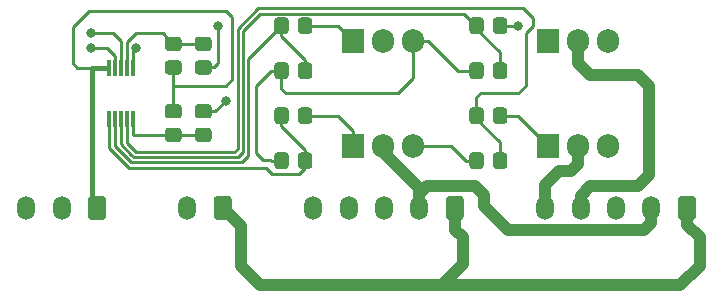
<source format=gtl>
%TF.GenerationSoftware,KiCad,Pcbnew,5.1.7*%
%TF.CreationDate,2020-11-17T16:44:46+01:00*%
%TF.ProjectId,pca9632_led_controller,70636139-3633-4325-9f6c-65645f636f6e,rev?*%
%TF.SameCoordinates,Original*%
%TF.FileFunction,Copper,L1,Top*%
%TF.FilePolarity,Positive*%
%FSLAX46Y46*%
G04 Gerber Fmt 4.6, Leading zero omitted, Abs format (unit mm)*
G04 Created by KiCad (PCBNEW 5.1.7) date 2020-11-17 16:44:46*
%MOMM*%
%LPD*%
G01*
G04 APERTURE LIST*
%TA.AperFunction,SMDPad,CuDef*%
%ADD10R,0.300000X1.440000*%
%TD*%
%TA.AperFunction,ComponentPad*%
%ADD11O,1.905000X2.000000*%
%TD*%
%TA.AperFunction,ComponentPad*%
%ADD12R,1.905000X2.000000*%
%TD*%
%TA.AperFunction,ComponentPad*%
%ADD13O,1.500000X2.020000*%
%TD*%
%TA.AperFunction,ViaPad*%
%ADD14C,0.800000*%
%TD*%
%TA.AperFunction,Conductor*%
%ADD15C,0.250000*%
%TD*%
%TA.AperFunction,Conductor*%
%ADD16C,0.400000*%
%TD*%
%TA.AperFunction,Conductor*%
%ADD17C,1.000000*%
%TD*%
G04 APERTURE END LIST*
D10*
%TO.P,U1,10*%
%TO.N,+5V*%
X77740000Y-85460000D03*
%TO.P,U1,9*%
%TO.N,Net-(J1-Pad3)*%
X78240000Y-85460000D03*
%TO.P,U1,8*%
%TO.N,Net-(J1-Pad2)*%
X78740000Y-85460000D03*
%TO.P,U1,7*%
%TO.N,Net-(R11-Pad2)*%
X79240000Y-85460000D03*
%TO.P,U1,6*%
%TO.N,GND*%
X79740000Y-85460000D03*
%TO.P,U1,5*%
%TO.N,Net-(R10-Pad1)*%
X79740000Y-89750000D03*
%TO.P,U1,4*%
%TO.N,Net-(R7-Pad1)*%
X79240000Y-89750000D03*
%TO.P,U1,3*%
%TO.N,Net-(R5-Pad1)*%
X78740000Y-89750000D03*
%TO.P,U1,2*%
%TO.N,Net-(R3-Pad1)*%
X78240000Y-89750000D03*
%TO.P,U1,1*%
%TO.N,Net-(R1-Pad1)*%
X77740000Y-89750000D03*
%TD*%
%TO.P,R12,2*%
%TO.N,GND*%
%TA.AperFunction,SMDPad,CuDef*%
G36*
G01*
X85274999Y-84830000D02*
X86175001Y-84830000D01*
G75*
G02*
X86425000Y-85079999I0J-249999D01*
G01*
X86425000Y-85780001D01*
G75*
G02*
X86175001Y-86030000I-249999J0D01*
G01*
X85274999Y-86030000D01*
G75*
G02*
X85025000Y-85780001I0J249999D01*
G01*
X85025000Y-85079999D01*
G75*
G02*
X85274999Y-84830000I249999J0D01*
G01*
G37*
%TD.AperFunction*%
%TO.P,R12,1*%
%TO.N,Net-(R11-Pad2)*%
%TA.AperFunction,SMDPad,CuDef*%
G36*
G01*
X85274999Y-82830000D02*
X86175001Y-82830000D01*
G75*
G02*
X86425000Y-83079999I0J-249999D01*
G01*
X86425000Y-83780001D01*
G75*
G02*
X86175001Y-84030000I-249999J0D01*
G01*
X85274999Y-84030000D01*
G75*
G02*
X85025000Y-83780001I0J249999D01*
G01*
X85025000Y-83079999D01*
G75*
G02*
X85274999Y-82830000I249999J0D01*
G01*
G37*
%TD.AperFunction*%
%TD*%
%TO.P,R11,2*%
%TO.N,Net-(R11-Pad2)*%
%TA.AperFunction,SMDPad,CuDef*%
G36*
G01*
X83635001Y-84030000D02*
X82734999Y-84030000D01*
G75*
G02*
X82485000Y-83780001I0J249999D01*
G01*
X82485000Y-83079999D01*
G75*
G02*
X82734999Y-82830000I249999J0D01*
G01*
X83635001Y-82830000D01*
G75*
G02*
X83885000Y-83079999I0J-249999D01*
G01*
X83885000Y-83780001D01*
G75*
G02*
X83635001Y-84030000I-249999J0D01*
G01*
G37*
%TD.AperFunction*%
%TO.P,R11,1*%
%TO.N,+5V*%
%TA.AperFunction,SMDPad,CuDef*%
G36*
G01*
X83635001Y-86030000D02*
X82734999Y-86030000D01*
G75*
G02*
X82485000Y-85780001I0J249999D01*
G01*
X82485000Y-85079999D01*
G75*
G02*
X82734999Y-84830000I249999J0D01*
G01*
X83635001Y-84830000D01*
G75*
G02*
X83885000Y-85079999I0J-249999D01*
G01*
X83885000Y-85780001D01*
G75*
G02*
X83635001Y-86030000I-249999J0D01*
G01*
G37*
%TD.AperFunction*%
%TD*%
%TO.P,R10,2*%
%TO.N,GND*%
%TA.AperFunction,SMDPad,CuDef*%
G36*
G01*
X86175001Y-89745000D02*
X85274999Y-89745000D01*
G75*
G02*
X85025000Y-89495001I0J249999D01*
G01*
X85025000Y-88794999D01*
G75*
G02*
X85274999Y-88545000I249999J0D01*
G01*
X86175001Y-88545000D01*
G75*
G02*
X86425000Y-88794999I0J-249999D01*
G01*
X86425000Y-89495001D01*
G75*
G02*
X86175001Y-89745000I-249999J0D01*
G01*
G37*
%TD.AperFunction*%
%TO.P,R10,1*%
%TO.N,Net-(R10-Pad1)*%
%TA.AperFunction,SMDPad,CuDef*%
G36*
G01*
X86175001Y-91745000D02*
X85274999Y-91745000D01*
G75*
G02*
X85025000Y-91495001I0J249999D01*
G01*
X85025000Y-90794999D01*
G75*
G02*
X85274999Y-90545000I249999J0D01*
G01*
X86175001Y-90545000D01*
G75*
G02*
X86425000Y-90794999I0J-249999D01*
G01*
X86425000Y-91495001D01*
G75*
G02*
X86175001Y-91745000I-249999J0D01*
G01*
G37*
%TD.AperFunction*%
%TD*%
%TO.P,R9,2*%
%TO.N,Net-(R10-Pad1)*%
%TA.AperFunction,SMDPad,CuDef*%
G36*
G01*
X82734999Y-90545000D02*
X83635001Y-90545000D01*
G75*
G02*
X83885000Y-90794999I0J-249999D01*
G01*
X83885000Y-91495001D01*
G75*
G02*
X83635001Y-91745000I-249999J0D01*
G01*
X82734999Y-91745000D01*
G75*
G02*
X82485000Y-91495001I0J249999D01*
G01*
X82485000Y-90794999D01*
G75*
G02*
X82734999Y-90545000I249999J0D01*
G01*
G37*
%TD.AperFunction*%
%TO.P,R9,1*%
%TO.N,+5V*%
%TA.AperFunction,SMDPad,CuDef*%
G36*
G01*
X82734999Y-88545000D02*
X83635001Y-88545000D01*
G75*
G02*
X83885000Y-88794999I0J-249999D01*
G01*
X83885000Y-89495001D01*
G75*
G02*
X83635001Y-89745000I-249999J0D01*
G01*
X82734999Y-89745000D01*
G75*
G02*
X82485000Y-89495001I0J249999D01*
G01*
X82485000Y-88794999D01*
G75*
G02*
X82734999Y-88545000I249999J0D01*
G01*
G37*
%TD.AperFunction*%
%TD*%
%TO.P,R8,2*%
%TO.N,Net-(Q4-Pad1)*%
%TA.AperFunction,SMDPad,CuDef*%
G36*
G01*
X110255000Y-89960001D02*
X110255000Y-89059999D01*
G75*
G02*
X110504999Y-88810000I249999J0D01*
G01*
X111205001Y-88810000D01*
G75*
G02*
X111455000Y-89059999I0J-249999D01*
G01*
X111455000Y-89960001D01*
G75*
G02*
X111205001Y-90210000I-249999J0D01*
G01*
X110504999Y-90210000D01*
G75*
G02*
X110255000Y-89960001I0J249999D01*
G01*
G37*
%TD.AperFunction*%
%TO.P,R8,1*%
%TO.N,Net-(R7-Pad1)*%
%TA.AperFunction,SMDPad,CuDef*%
G36*
G01*
X108255000Y-89960001D02*
X108255000Y-89059999D01*
G75*
G02*
X108504999Y-88810000I249999J0D01*
G01*
X109205001Y-88810000D01*
G75*
G02*
X109455000Y-89059999I0J-249999D01*
G01*
X109455000Y-89960001D01*
G75*
G02*
X109205001Y-90210000I-249999J0D01*
G01*
X108504999Y-90210000D01*
G75*
G02*
X108255000Y-89960001I0J249999D01*
G01*
G37*
%TD.AperFunction*%
%TD*%
%TO.P,R7,2*%
%TO.N,GND*%
%TA.AperFunction,SMDPad,CuDef*%
G36*
G01*
X109455000Y-92869999D02*
X109455000Y-93770001D01*
G75*
G02*
X109205001Y-94020000I-249999J0D01*
G01*
X108504999Y-94020000D01*
G75*
G02*
X108255000Y-93770001I0J249999D01*
G01*
X108255000Y-92869999D01*
G75*
G02*
X108504999Y-92620000I249999J0D01*
G01*
X109205001Y-92620000D01*
G75*
G02*
X109455000Y-92869999I0J-249999D01*
G01*
G37*
%TD.AperFunction*%
%TO.P,R7,1*%
%TO.N,Net-(R7-Pad1)*%
%TA.AperFunction,SMDPad,CuDef*%
G36*
G01*
X111455000Y-92869999D02*
X111455000Y-93770001D01*
G75*
G02*
X111205001Y-94020000I-249999J0D01*
G01*
X110504999Y-94020000D01*
G75*
G02*
X110255000Y-93770001I0J249999D01*
G01*
X110255000Y-92869999D01*
G75*
G02*
X110504999Y-92620000I249999J0D01*
G01*
X111205001Y-92620000D01*
G75*
G02*
X111455000Y-92869999I0J-249999D01*
G01*
G37*
%TD.AperFunction*%
%TD*%
%TO.P,R6,2*%
%TO.N,Net-(Q3-Pad1)*%
%TA.AperFunction,SMDPad,CuDef*%
G36*
G01*
X110255000Y-82340001D02*
X110255000Y-81439999D01*
G75*
G02*
X110504999Y-81190000I249999J0D01*
G01*
X111205001Y-81190000D01*
G75*
G02*
X111455000Y-81439999I0J-249999D01*
G01*
X111455000Y-82340001D01*
G75*
G02*
X111205001Y-82590000I-249999J0D01*
G01*
X110504999Y-82590000D01*
G75*
G02*
X110255000Y-82340001I0J249999D01*
G01*
G37*
%TD.AperFunction*%
%TO.P,R6,1*%
%TO.N,Net-(R5-Pad1)*%
%TA.AperFunction,SMDPad,CuDef*%
G36*
G01*
X108255000Y-82340001D02*
X108255000Y-81439999D01*
G75*
G02*
X108504999Y-81190000I249999J0D01*
G01*
X109205001Y-81190000D01*
G75*
G02*
X109455000Y-81439999I0J-249999D01*
G01*
X109455000Y-82340001D01*
G75*
G02*
X109205001Y-82590000I-249999J0D01*
G01*
X108504999Y-82590000D01*
G75*
G02*
X108255000Y-82340001I0J249999D01*
G01*
G37*
%TD.AperFunction*%
%TD*%
%TO.P,R5,2*%
%TO.N,GND*%
%TA.AperFunction,SMDPad,CuDef*%
G36*
G01*
X109455000Y-85249999D02*
X109455000Y-86150001D01*
G75*
G02*
X109205001Y-86400000I-249999J0D01*
G01*
X108504999Y-86400000D01*
G75*
G02*
X108255000Y-86150001I0J249999D01*
G01*
X108255000Y-85249999D01*
G75*
G02*
X108504999Y-85000000I249999J0D01*
G01*
X109205001Y-85000000D01*
G75*
G02*
X109455000Y-85249999I0J-249999D01*
G01*
G37*
%TD.AperFunction*%
%TO.P,R5,1*%
%TO.N,Net-(R5-Pad1)*%
%TA.AperFunction,SMDPad,CuDef*%
G36*
G01*
X111455000Y-85249999D02*
X111455000Y-86150001D01*
G75*
G02*
X111205001Y-86400000I-249999J0D01*
G01*
X110504999Y-86400000D01*
G75*
G02*
X110255000Y-86150001I0J249999D01*
G01*
X110255000Y-85249999D01*
G75*
G02*
X110504999Y-85000000I249999J0D01*
G01*
X111205001Y-85000000D01*
G75*
G02*
X111455000Y-85249999I0J-249999D01*
G01*
G37*
%TD.AperFunction*%
%TD*%
%TO.P,R4,2*%
%TO.N,Net-(Q2-Pad1)*%
%TA.AperFunction,SMDPad,CuDef*%
G36*
G01*
X93745000Y-82340001D02*
X93745000Y-81439999D01*
G75*
G02*
X93994999Y-81190000I249999J0D01*
G01*
X94695001Y-81190000D01*
G75*
G02*
X94945000Y-81439999I0J-249999D01*
G01*
X94945000Y-82340001D01*
G75*
G02*
X94695001Y-82590000I-249999J0D01*
G01*
X93994999Y-82590000D01*
G75*
G02*
X93745000Y-82340001I0J249999D01*
G01*
G37*
%TD.AperFunction*%
%TO.P,R4,1*%
%TO.N,Net-(R3-Pad1)*%
%TA.AperFunction,SMDPad,CuDef*%
G36*
G01*
X91745000Y-82340001D02*
X91745000Y-81439999D01*
G75*
G02*
X91994999Y-81190000I249999J0D01*
G01*
X92695001Y-81190000D01*
G75*
G02*
X92945000Y-81439999I0J-249999D01*
G01*
X92945000Y-82340001D01*
G75*
G02*
X92695001Y-82590000I-249999J0D01*
G01*
X91994999Y-82590000D01*
G75*
G02*
X91745000Y-82340001I0J249999D01*
G01*
G37*
%TD.AperFunction*%
%TD*%
%TO.P,R3,2*%
%TO.N,GND*%
%TA.AperFunction,SMDPad,CuDef*%
G36*
G01*
X92945000Y-85249999D02*
X92945000Y-86150001D01*
G75*
G02*
X92695001Y-86400000I-249999J0D01*
G01*
X91994999Y-86400000D01*
G75*
G02*
X91745000Y-86150001I0J249999D01*
G01*
X91745000Y-85249999D01*
G75*
G02*
X91994999Y-85000000I249999J0D01*
G01*
X92695001Y-85000000D01*
G75*
G02*
X92945000Y-85249999I0J-249999D01*
G01*
G37*
%TD.AperFunction*%
%TO.P,R3,1*%
%TO.N,Net-(R3-Pad1)*%
%TA.AperFunction,SMDPad,CuDef*%
G36*
G01*
X94945000Y-85249999D02*
X94945000Y-86150001D01*
G75*
G02*
X94695001Y-86400000I-249999J0D01*
G01*
X93994999Y-86400000D01*
G75*
G02*
X93745000Y-86150001I0J249999D01*
G01*
X93745000Y-85249999D01*
G75*
G02*
X93994999Y-85000000I249999J0D01*
G01*
X94695001Y-85000000D01*
G75*
G02*
X94945000Y-85249999I0J-249999D01*
G01*
G37*
%TD.AperFunction*%
%TD*%
%TO.P,R2,2*%
%TO.N,Net-(Q1-Pad1)*%
%TA.AperFunction,SMDPad,CuDef*%
G36*
G01*
X93745000Y-89960001D02*
X93745000Y-89059999D01*
G75*
G02*
X93994999Y-88810000I249999J0D01*
G01*
X94695001Y-88810000D01*
G75*
G02*
X94945000Y-89059999I0J-249999D01*
G01*
X94945000Y-89960001D01*
G75*
G02*
X94695001Y-90210000I-249999J0D01*
G01*
X93994999Y-90210000D01*
G75*
G02*
X93745000Y-89960001I0J249999D01*
G01*
G37*
%TD.AperFunction*%
%TO.P,R2,1*%
%TO.N,Net-(R1-Pad1)*%
%TA.AperFunction,SMDPad,CuDef*%
G36*
G01*
X91745000Y-89960001D02*
X91745000Y-89059999D01*
G75*
G02*
X91994999Y-88810000I249999J0D01*
G01*
X92695001Y-88810000D01*
G75*
G02*
X92945000Y-89059999I0J-249999D01*
G01*
X92945000Y-89960001D01*
G75*
G02*
X92695001Y-90210000I-249999J0D01*
G01*
X91994999Y-90210000D01*
G75*
G02*
X91745000Y-89960001I0J249999D01*
G01*
G37*
%TD.AperFunction*%
%TD*%
%TO.P,R1,2*%
%TO.N,GND*%
%TA.AperFunction,SMDPad,CuDef*%
G36*
G01*
X92945000Y-92869999D02*
X92945000Y-93770001D01*
G75*
G02*
X92695001Y-94020000I-249999J0D01*
G01*
X91994999Y-94020000D01*
G75*
G02*
X91745000Y-93770001I0J249999D01*
G01*
X91745000Y-92869999D01*
G75*
G02*
X91994999Y-92620000I249999J0D01*
G01*
X92695001Y-92620000D01*
G75*
G02*
X92945000Y-92869999I0J-249999D01*
G01*
G37*
%TD.AperFunction*%
%TO.P,R1,1*%
%TO.N,Net-(R1-Pad1)*%
%TA.AperFunction,SMDPad,CuDef*%
G36*
G01*
X94945000Y-92869999D02*
X94945000Y-93770001D01*
G75*
G02*
X94695001Y-94020000I-249999J0D01*
G01*
X93994999Y-94020000D01*
G75*
G02*
X93745000Y-93770001I0J249999D01*
G01*
X93745000Y-92869999D01*
G75*
G02*
X93994999Y-92620000I249999J0D01*
G01*
X94695001Y-92620000D01*
G75*
G02*
X94945000Y-92869999I0J-249999D01*
G01*
G37*
%TD.AperFunction*%
%TD*%
D11*
%TO.P,Q4,3*%
%TO.N,GND*%
X120015000Y-92050000D03*
%TO.P,Q4,2*%
%TO.N,Net-(J3-Pad5)*%
X117475000Y-92050000D03*
D12*
%TO.P,Q4,1*%
%TO.N,Net-(Q4-Pad1)*%
X114935000Y-92050000D03*
%TD*%
D11*
%TO.P,Q3,3*%
%TO.N,GND*%
X120015000Y-83160000D03*
%TO.P,Q3,2*%
%TO.N,Net-(J3-Pad4)*%
X117475000Y-83160000D03*
D12*
%TO.P,Q3,1*%
%TO.N,Net-(Q3-Pad1)*%
X114935000Y-83160000D03*
%TD*%
D11*
%TO.P,Q2,3*%
%TO.N,GND*%
X103505000Y-83160000D03*
%TO.P,Q2,2*%
%TO.N,Net-(J3-Pad3)*%
X100965000Y-83160000D03*
D12*
%TO.P,Q2,1*%
%TO.N,Net-(Q2-Pad1)*%
X98425000Y-83160000D03*
%TD*%
D11*
%TO.P,Q1,3*%
%TO.N,GND*%
X103505000Y-92050000D03*
%TO.P,Q1,2*%
%TO.N,Net-(J3-Pad2)*%
X100965000Y-92050000D03*
D12*
%TO.P,Q1,1*%
%TO.N,Net-(Q1-Pad1)*%
X98425000Y-92050000D03*
%TD*%
D13*
%TO.P,J4,5*%
%TO.N,Net-(J3-Pad5)*%
X114675000Y-97325000D03*
%TO.P,J4,4*%
%TO.N,Net-(J3-Pad4)*%
X117675000Y-97325000D03*
%TO.P,J4,3*%
%TO.N,Net-(J3-Pad3)*%
X120675000Y-97325000D03*
%TO.P,J4,2*%
%TO.N,Net-(J3-Pad2)*%
X123675000Y-97325000D03*
%TO.P,J4,1*%
%TO.N,VDD*%
%TA.AperFunction,ComponentPad*%
G36*
G01*
X127425000Y-96565000D02*
X127425000Y-98085000D01*
G75*
G02*
X127175000Y-98335000I-250000J0D01*
G01*
X126175000Y-98335000D01*
G75*
G02*
X125925000Y-98085000I0J250000D01*
G01*
X125925000Y-96565000D01*
G75*
G02*
X126175000Y-96315000I250000J0D01*
G01*
X127175000Y-96315000D01*
G75*
G02*
X127425000Y-96565000I0J-250000D01*
G01*
G37*
%TD.AperFunction*%
%TD*%
%TO.P,J3,5*%
%TO.N,Net-(J3-Pad5)*%
X95025000Y-97325000D03*
%TO.P,J3,4*%
%TO.N,Net-(J3-Pad4)*%
X98025000Y-97325000D03*
%TO.P,J3,3*%
%TO.N,Net-(J3-Pad3)*%
X101025000Y-97325000D03*
%TO.P,J3,2*%
%TO.N,Net-(J3-Pad2)*%
X104025000Y-97325000D03*
%TO.P,J3,1*%
%TO.N,VDD*%
%TA.AperFunction,ComponentPad*%
G36*
G01*
X107775000Y-96565000D02*
X107775000Y-98085000D01*
G75*
G02*
X107525000Y-98335000I-250000J0D01*
G01*
X106525000Y-98335000D01*
G75*
G02*
X106275000Y-98085000I0J250000D01*
G01*
X106275000Y-96565000D01*
G75*
G02*
X106525000Y-96315000I250000J0D01*
G01*
X107525000Y-96315000D01*
G75*
G02*
X107775000Y-96565000I0J-250000D01*
G01*
G37*
%TD.AperFunction*%
%TD*%
%TO.P,J2,2*%
%TO.N,GND*%
X84375000Y-97325000D03*
%TO.P,J2,1*%
%TO.N,VDD*%
%TA.AperFunction,ComponentPad*%
G36*
G01*
X88125000Y-96565000D02*
X88125000Y-98085000D01*
G75*
G02*
X87875000Y-98335000I-250000J0D01*
G01*
X86875000Y-98335000D01*
G75*
G02*
X86625000Y-98085000I0J250000D01*
G01*
X86625000Y-96565000D01*
G75*
G02*
X86875000Y-96315000I250000J0D01*
G01*
X87875000Y-96315000D01*
G75*
G02*
X88125000Y-96565000I0J-250000D01*
G01*
G37*
%TD.AperFunction*%
%TD*%
%TO.P,J1,3*%
%TO.N,Net-(J1-Pad3)*%
X70725000Y-97325000D03*
%TO.P,J1,2*%
%TO.N,Net-(J1-Pad2)*%
X73725000Y-97325000D03*
%TO.P,J1,1*%
%TO.N,+5V*%
%TA.AperFunction,ComponentPad*%
G36*
G01*
X77475000Y-96565000D02*
X77475000Y-98085000D01*
G75*
G02*
X77225000Y-98335000I-250000J0D01*
G01*
X76225000Y-98335000D01*
G75*
G02*
X75975000Y-98085000I0J250000D01*
G01*
X75975000Y-96565000D01*
G75*
G02*
X76225000Y-96315000I250000J0D01*
G01*
X77225000Y-96315000D01*
G75*
G02*
X77475000Y-96565000I0J-250000D01*
G01*
G37*
%TD.AperFunction*%
%TD*%
D14*
%TO.N,Net-(J1-Pad3)*%
X76200000Y-83795000D03*
%TO.N,Net-(J1-Pad2)*%
X76200000Y-82525000D03*
%TO.N,GND*%
X80010000Y-83795000D03*
X87630000Y-88240000D03*
X86995000Y-81890000D03*
%TO.N,Net-(Q3-Pad1)*%
X112395000Y-81890000D03*
%TD*%
D15*
%TO.N,Net-(J1-Pad3)*%
X77545000Y-83795000D02*
X76200000Y-83795000D01*
X78240000Y-84490000D02*
X77545000Y-83795000D01*
X78240000Y-85460000D02*
X78240000Y-84490000D01*
%TO.N,Net-(J1-Pad2)*%
X78105000Y-82525000D02*
X76200000Y-82525000D01*
X78740000Y-83160000D02*
X78105000Y-82525000D01*
X78740000Y-85460000D02*
X78740000Y-83160000D01*
%TO.N,+5V*%
X77740000Y-85460000D02*
X75805000Y-85460000D01*
X83185000Y-86970000D02*
X83185000Y-89145000D01*
X83185000Y-85430000D02*
X83185000Y-86970000D01*
X83185000Y-86970000D02*
X86995000Y-86970000D01*
X87630000Y-86970000D02*
X88184970Y-86415030D01*
X83185000Y-86970000D02*
X87630000Y-86970000D01*
X88184970Y-81174970D02*
X88184970Y-82605030D01*
X88184970Y-82605030D02*
X88184970Y-81809970D01*
X87630000Y-80620000D02*
X88184970Y-81174970D01*
X88184970Y-86415030D02*
X88184970Y-82605030D01*
D16*
X76316000Y-96916000D02*
X76725000Y-97325000D01*
X76316000Y-85460000D02*
X76316000Y-96916000D01*
X76316000Y-85460000D02*
X77689999Y-85460000D01*
D15*
X76316000Y-85460000D02*
X75046000Y-85460000D01*
X75046000Y-85460000D02*
X74676000Y-85090000D01*
X74676000Y-81992000D02*
X76048000Y-80620000D01*
X74676000Y-85090000D02*
X74676000Y-81992000D01*
X76048000Y-80620000D02*
X87630000Y-80620000D01*
%TO.N,GND*%
X103505000Y-83160000D02*
X104775000Y-83160000D01*
X107315000Y-85700000D02*
X108855000Y-85700000D01*
X104775000Y-83160000D02*
X107315000Y-85700000D01*
X103505000Y-92050000D02*
X106680000Y-92050000D01*
X107950000Y-93320000D02*
X108855000Y-93320000D01*
X106680000Y-92050000D02*
X107950000Y-93320000D01*
X92345000Y-93320000D02*
X91440000Y-93320000D01*
X91419990Y-93299990D02*
X90784990Y-93299990D01*
X91440000Y-93320000D02*
X91419990Y-93299990D01*
X90784990Y-93299990D02*
X90170000Y-92685000D01*
X90170000Y-92685000D02*
X90170000Y-86970000D01*
X91440000Y-85700000D02*
X92345000Y-85700000D01*
X90170000Y-86970000D02*
X91440000Y-85700000D01*
X92345000Y-85700000D02*
X92345000Y-87240000D01*
X92345000Y-87240000D02*
X92710000Y-87605000D01*
X92710000Y-87605000D02*
X102235000Y-87605000D01*
X103505000Y-86335000D02*
X103505000Y-83160000D01*
X102235000Y-87605000D02*
X103505000Y-86335000D01*
X85725000Y-89145000D02*
X86725000Y-89145000D01*
X86725000Y-89145000D02*
X87630000Y-88240000D01*
X85725000Y-85430000D02*
X86630000Y-85430000D01*
X86630000Y-85430000D02*
X86995000Y-85065000D01*
X86995000Y-85065000D02*
X86995000Y-82525000D01*
X79740000Y-85460000D02*
X79740000Y-84065000D01*
X79740000Y-84065000D02*
X80010000Y-83795000D01*
X80010000Y-83795000D02*
X80010000Y-83795000D01*
X87630000Y-88240000D02*
X87630000Y-88240000D01*
X86995000Y-82525000D02*
X86995000Y-81890000D01*
X86995000Y-81890000D02*
X86995000Y-81890000D01*
D17*
%TO.N,VDD*%
X107025000Y-99151000D02*
X107696000Y-99822000D01*
X107025000Y-97325000D02*
X107025000Y-99151000D01*
X126675000Y-97325000D02*
X126675000Y-98735000D01*
X126675000Y-98735000D02*
X127762000Y-99822000D01*
X127762000Y-99822000D02*
X127762000Y-102212000D01*
X105954999Y-103845001D02*
X107696000Y-102104000D01*
X107696000Y-99822000D02*
X107696000Y-102104000D01*
X90495001Y-103845001D02*
X88900000Y-102250000D01*
X105954999Y-103845001D02*
X90495001Y-103845001D01*
X88900000Y-98850000D02*
X87375000Y-97325000D01*
X88900000Y-102250000D02*
X88900000Y-98850000D01*
X126128999Y-103845001D02*
X127762000Y-102212000D01*
X105954999Y-103845001D02*
X126128999Y-103845001D01*
%TO.N,Net-(J3-Pad5)*%
X114675000Y-97325000D02*
X114675000Y-95383000D01*
X114675000Y-95383000D02*
X115824000Y-94234000D01*
X115824000Y-94234000D02*
X116840000Y-94234000D01*
X117475000Y-93599000D02*
X117475000Y-92050000D01*
X116840000Y-94234000D02*
X117475000Y-93599000D01*
%TO.N,Net-(J3-Pad4)*%
X117675000Y-96325000D02*
X117675000Y-97325000D01*
X122500000Y-95500000D02*
X118500000Y-95500000D01*
X118500000Y-95500000D02*
X117675000Y-96325000D01*
X123500000Y-87000000D02*
X123500000Y-94500000D01*
X123500000Y-94500000D02*
X122500000Y-95500000D01*
X122525000Y-86025000D02*
X123500000Y-87000000D01*
X118475000Y-86025000D02*
X122525000Y-86025000D01*
X117475000Y-85025000D02*
X118475000Y-86025000D01*
X117475000Y-83160000D02*
X117475000Y-85025000D01*
%TO.N,Net-(J3-Pad2)*%
X100965000Y-92050000D02*
X100965000Y-92583000D01*
X104025000Y-95643000D02*
X104025000Y-97325000D01*
X100965000Y-92583000D02*
X104025000Y-95643000D01*
X123675000Y-98575000D02*
X123675000Y-97325000D01*
X108712000Y-95504000D02*
X109474000Y-96266000D01*
X104648000Y-95504000D02*
X108712000Y-95504000D01*
X104025000Y-96127000D02*
X104648000Y-95504000D01*
X104025000Y-97325000D02*
X104025000Y-96127000D01*
X111548000Y-99200000D02*
X109474000Y-97126000D01*
X123050000Y-99200000D02*
X111548000Y-99200000D01*
X109474000Y-96266000D02*
X109474000Y-97126000D01*
X123050000Y-99200000D02*
X123675000Y-98575000D01*
D15*
%TO.N,Net-(Q1-Pad1)*%
X98155000Y-91780000D02*
X98425000Y-92050000D01*
X94345000Y-89510000D02*
X97155000Y-89510000D01*
X98425000Y-90780000D02*
X98425000Y-92050000D01*
X97155000Y-89510000D02*
X98425000Y-90780000D01*
%TO.N,Net-(Q2-Pad1)*%
X98155000Y-82890000D02*
X98425000Y-83160000D01*
X97155000Y-81890000D02*
X98425000Y-83160000D01*
X94345000Y-81890000D02*
X97155000Y-81890000D01*
%TO.N,Net-(Q3-Pad1)*%
X114665000Y-82890000D02*
X114935000Y-83160000D01*
X110855000Y-81890000D02*
X112395000Y-81890000D01*
%TO.N,Net-(Q4-Pad1)*%
X114665000Y-91780000D02*
X114935000Y-92050000D01*
X112395000Y-89510000D02*
X114935000Y-92050000D01*
X110855000Y-89510000D02*
X112395000Y-89510000D01*
%TO.N,Net-(R1-Pad1)*%
X92345000Y-89510000D02*
X92345000Y-90415000D01*
X94345000Y-92415000D02*
X94345000Y-93320000D01*
X92345000Y-90415000D02*
X94345000Y-92415000D01*
X91012028Y-93908028D02*
X91551000Y-94447000D01*
X79434798Y-93908028D02*
X91012028Y-93908028D01*
X77740000Y-92213230D02*
X79434798Y-93908028D01*
X77740000Y-89750000D02*
X77740000Y-92213230D01*
X94345000Y-93320000D02*
X94345000Y-93939000D01*
X94345000Y-93939000D02*
X93837000Y-94447000D01*
X91551000Y-94447000D02*
X93837000Y-94447000D01*
%TO.N,Net-(R3-Pad1)*%
X94345000Y-84795000D02*
X94345000Y-85700000D01*
X92345000Y-82795000D02*
X94345000Y-84795000D01*
X92345000Y-81890000D02*
X92345000Y-82795000D01*
X89535000Y-84700000D02*
X92345000Y-81890000D01*
X89535000Y-92939000D02*
X89535000Y-84700000D01*
X89015981Y-93458019D02*
X89535000Y-92939000D01*
X79621199Y-93458019D02*
X89015981Y-93458019D01*
X78240000Y-92076820D02*
X79621199Y-93458019D01*
X78240000Y-89750000D02*
X78240000Y-92076820D01*
%TO.N,Net-(R5-Pad1)*%
X108855000Y-81890000D02*
X108855000Y-82160000D01*
X110855000Y-84160000D02*
X110855000Y-85700000D01*
X108855000Y-82160000D02*
X110855000Y-84160000D01*
X107829990Y-80864990D02*
X108855000Y-81890000D01*
X89084990Y-82340010D02*
X90560010Y-80864990D01*
X79823600Y-93008010D02*
X88703990Y-93008010D01*
X79627590Y-92812000D02*
X79823600Y-93008010D01*
X88703990Y-93008010D02*
X89084990Y-92627010D01*
X79611590Y-92812000D02*
X79627590Y-92812000D01*
X90560010Y-80864990D02*
X107829990Y-80864990D01*
X78740000Y-91940410D02*
X79611590Y-92812000D01*
X89084990Y-92627010D02*
X89084990Y-82340010D01*
X78740000Y-89750000D02*
X78740000Y-91940410D01*
%TO.N,Net-(R7-Pad1)*%
X108855000Y-89510000D02*
X108855000Y-89780000D01*
X110855000Y-91780000D02*
X110855000Y-93320000D01*
X108855000Y-89780000D02*
X110855000Y-91780000D01*
X108855000Y-89510000D02*
X108855000Y-87970000D01*
X108855000Y-87970000D02*
X109220000Y-87605000D01*
X109220000Y-87605000D02*
X112395000Y-87605000D01*
X112395000Y-87605000D02*
X113030000Y-86970000D01*
X113030000Y-82527498D02*
X113665000Y-81892498D01*
X113030000Y-86970000D02*
X113030000Y-82527498D01*
X113665000Y-81892498D02*
X113665000Y-81255000D01*
X113665000Y-81255000D02*
X112824980Y-80414980D01*
X112824980Y-80414980D02*
X90373609Y-80414981D01*
X90373609Y-80414981D02*
X88634980Y-82153610D01*
X79240000Y-91804000D02*
X79256000Y-91804000D01*
X79240000Y-91804000D02*
X79240000Y-89750000D01*
X79256000Y-91804000D02*
X80010000Y-92558000D01*
X88369960Y-92558000D02*
X88634980Y-92292980D01*
X80010000Y-92558000D02*
X88369960Y-92558000D01*
X88634980Y-82153610D02*
X88634980Y-92292980D01*
%TO.N,Net-(R10-Pad1)*%
X79740000Y-89750000D02*
X79740000Y-91145000D01*
X79740000Y-91145000D02*
X83185000Y-91145000D01*
X83185000Y-91145000D02*
X85725000Y-91145000D01*
%TO.N,Net-(R11-Pad2)*%
X79240000Y-85460000D02*
X79240000Y-83295000D01*
X79240000Y-83295000D02*
X80010000Y-82525000D01*
X82280000Y-82525000D02*
X83185000Y-83430000D01*
X80010000Y-82525000D02*
X82280000Y-82525000D01*
X83185000Y-83430000D02*
X85725000Y-83430000D01*
%TD*%
M02*

</source>
